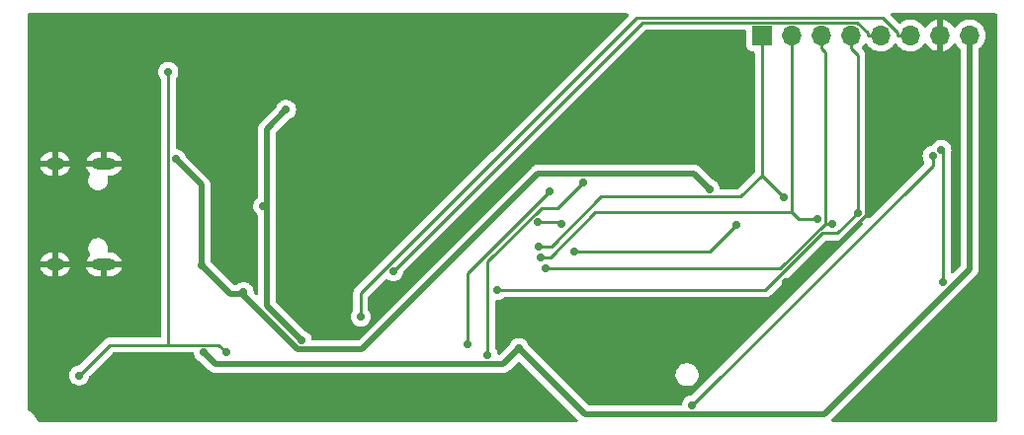
<source format=gbr>
%TF.GenerationSoftware,KiCad,Pcbnew,(6.0.9-0)*%
%TF.CreationDate,2022-12-04T14:35:13+08:00*%
%TF.ProjectId,Epaper-mcu,45706170-6572-42d6-9d63-752e6b696361,rev?*%
%TF.SameCoordinates,Original*%
%TF.FileFunction,Copper,L2,Bot*%
%TF.FilePolarity,Positive*%
%FSLAX46Y46*%
G04 Gerber Fmt 4.6, Leading zero omitted, Abs format (unit mm)*
G04 Created by KiCad (PCBNEW (6.0.9-0)) date 2022-12-04 14:35:13*
%MOMM*%
%LPD*%
G01*
G04 APERTURE LIST*
%TA.AperFunction,ComponentPad*%
%ADD10O,2.100000X1.000000*%
%TD*%
%TA.AperFunction,ComponentPad*%
%ADD11O,1.600000X1.000000*%
%TD*%
%TA.AperFunction,ComponentPad*%
%ADD12R,1.700000X1.700000*%
%TD*%
%TA.AperFunction,ComponentPad*%
%ADD13O,1.700000X1.700000*%
%TD*%
%TA.AperFunction,ViaPad*%
%ADD14C,0.700000*%
%TD*%
%TA.AperFunction,Conductor*%
%ADD15C,0.250000*%
%TD*%
%TA.AperFunction,Conductor*%
%ADD16C,0.500000*%
%TD*%
G04 APERTURE END LIST*
D10*
%TO.P,J1,S1,SHIELD*%
%TO.N,GND*%
X119655000Y-91530000D03*
D11*
X115475000Y-100170000D03*
X115475000Y-91530000D03*
D10*
X119655000Y-100170000D03*
%TD*%
D12*
%TO.P,J5,1,Pin_1*%
%TO.N,/BUSY*%
X176037000Y-80518000D03*
D13*
%TO.P,J5,2,Pin_2*%
%TO.N,/RST*%
X178577000Y-80518000D03*
%TO.P,J5,3,Pin_3*%
%TO.N,/DC*%
X181117000Y-80518000D03*
%TO.P,J5,4,Pin_4*%
%TO.N,/CS*%
X183657000Y-80518000D03*
%TO.P,J5,5,Pin_5*%
%TO.N,/CLK*%
X186197000Y-80518000D03*
%TO.P,J5,6,Pin_6*%
%TO.N,/SDA*%
X188737000Y-80518000D03*
%TO.P,J5,7,Pin_7*%
%TO.N,GND*%
X191277000Y-80518000D03*
%TO.P,J5,8,Pin_8*%
%TO.N,/3V3*%
X193817000Y-80518000D03*
%TD*%
D14*
%TO.N,/DTR*%
X117548800Y-109684800D03*
X125177300Y-83625600D03*
X130136600Y-107735000D03*
%TO.N,/SD_CLK*%
X156857800Y-96550500D03*
X158824900Y-96676000D03*
%TO.N,/SD_MOSI*%
X157830300Y-93880000D03*
X150790200Y-106998700D03*
%TO.N,/SD_CS*%
X173851000Y-96761900D03*
X159960300Y-99073000D03*
%TO.N,unconnected-(J4-PadMP)*%
X191391400Y-90308800D03*
X191542600Y-101712000D03*
%TO.N,/SDA*%
X141657000Y-104643300D03*
%TO.N,/CLK*%
X144448900Y-100728100D03*
%TO.N,/CS*%
X184228000Y-95739800D03*
X153355200Y-102359900D03*
%TO.N,/DC*%
X182073800Y-96666800D03*
X157531100Y-100510500D03*
%TO.N,/RST*%
X180776500Y-96305700D03*
X157090000Y-99559300D03*
%TO.N,/BUSY*%
X177941500Y-94404800D03*
X156876600Y-98608200D03*
%TO.N,/PREVGL*%
X170041700Y-112268000D03*
X190652300Y-90825000D03*
%TO.N,/3V3*%
X155207900Y-107349300D03*
X128243000Y-107735000D03*
%TO.N,Net-(C11-Pad1)*%
X160683600Y-93160400D03*
X152538000Y-107913300D03*
%TO.N,+3.3V*%
X133320800Y-95152600D03*
X135256000Y-86895000D03*
X136611200Y-106707600D03*
%TO.N,GND*%
X180472300Y-100058700D03*
X178085600Y-101674300D03*
%TO.N,+5V*%
X128040100Y-100274200D03*
X125830000Y-91132100D03*
X171536900Y-93707100D03*
X131624900Y-102554200D03*
%TD*%
D15*
%TO.N,/DTR*%
X129479900Y-107078300D02*
X130136600Y-107735000D01*
X125177300Y-107078300D02*
X129479900Y-107078300D01*
X125177300Y-83625600D02*
X125177300Y-107078300D01*
X120155300Y-107078300D02*
X117548800Y-109684800D01*
X125177300Y-107078300D02*
X120155300Y-107078300D01*
%TO.N,/SD_CLK*%
X158699400Y-96550500D02*
X158824900Y-96676000D01*
X156857800Y-96550500D02*
X158699400Y-96550500D01*
%TO.N,/SD_MOSI*%
X150790200Y-100920100D02*
X157830300Y-93880000D01*
X150790200Y-106998700D02*
X150790200Y-100920100D01*
%TO.N,/SD_CS*%
X171539900Y-99073000D02*
X173851000Y-96761900D01*
X159960300Y-99073000D02*
X171539900Y-99073000D01*
%TO.N,unconnected-(J4-PadMP)*%
X191542600Y-90460000D02*
X191391400Y-90308800D01*
X191542600Y-101712000D02*
X191542600Y-90460000D01*
%TO.N,/SDA*%
X188737000Y-80518000D02*
X187611900Y-80518000D01*
X141657000Y-102624000D02*
X141657000Y-104643300D01*
X165291800Y-78989200D02*
X141657000Y-102624000D01*
X186364400Y-78989200D02*
X165291800Y-78989200D01*
X187611900Y-80236700D02*
X186364400Y-78989200D01*
X187611900Y-80518000D02*
X187611900Y-80236700D01*
%TO.N,/CLK*%
X186197000Y-80518000D02*
X185071900Y-80518000D01*
X165784200Y-79392800D02*
X144448900Y-100728100D01*
X184179800Y-79392800D02*
X165784200Y-79392800D01*
X185071900Y-80284900D02*
X184179800Y-79392800D01*
X185071900Y-80518000D02*
X185071900Y-80284900D01*
%TO.N,/CS*%
X184228000Y-82214100D02*
X184228000Y-95739800D01*
X183657000Y-81643100D02*
X184228000Y-82214100D01*
X183657000Y-80518000D02*
X183657000Y-81643100D01*
X176294500Y-102359900D02*
X153355200Y-102359900D01*
X181190100Y-97464300D02*
X176294500Y-102359900D01*
X182503500Y-97464300D02*
X181190100Y-97464300D01*
X184228000Y-95739800D02*
X182503500Y-97464300D01*
%TO.N,/DC*%
X181117000Y-80518000D02*
X181117000Y-81643100D01*
X181421700Y-81947800D02*
X181421700Y-96666800D01*
X181117000Y-81643100D02*
X181421700Y-81947800D01*
X182073800Y-96666800D02*
X181421700Y-96666800D01*
X177578000Y-100510500D02*
X157531100Y-100510500D01*
X181421700Y-96666800D02*
X177578000Y-100510500D01*
%TO.N,/RST*%
X178577000Y-80518000D02*
X178577000Y-81643100D01*
X157090000Y-99559200D02*
X157090000Y-99559300D01*
X157891100Y-99559200D02*
X157090000Y-99559200D01*
X161738300Y-95712000D02*
X157891100Y-99559200D01*
X178577000Y-95712000D02*
X161738300Y-95712000D01*
X178577000Y-81643100D02*
X178577000Y-95712000D01*
X179170700Y-96305700D02*
X180776500Y-96305700D01*
X178577000Y-95712000D02*
X179170700Y-96305700D01*
%TO.N,/BUSY*%
X176037000Y-80518000D02*
X176037000Y-81643100D01*
X157977700Y-98608200D02*
X156876600Y-98608200D01*
X162247600Y-94338300D02*
X157977700Y-98608200D01*
X174199000Y-94338300D02*
X162247600Y-94338300D01*
X176037000Y-92500300D02*
X174199000Y-94338300D01*
X176037000Y-81643100D02*
X176037000Y-92500300D01*
X176037000Y-92500300D02*
X177941500Y-94404800D01*
%TO.N,/PREVGL*%
X190652300Y-91657400D02*
X170041700Y-112268000D01*
X190652300Y-90825000D02*
X190652300Y-91657400D01*
D16*
%TO.N,/3V3*%
X153861200Y-108696000D02*
X155207900Y-107349300D01*
X129204000Y-108696000D02*
X153861200Y-108696000D01*
X128243000Y-107735000D02*
X129204000Y-108696000D01*
X160884800Y-113026200D02*
X155207900Y-107349300D01*
X181358800Y-113026200D02*
X160884800Y-113026200D01*
X193817000Y-100568000D02*
X181358800Y-113026200D01*
X193817000Y-80518000D02*
X193817000Y-100568000D01*
D15*
%TO.N,Net-(C11-Pad1)*%
X158534800Y-95309200D02*
X160683600Y-93160400D01*
X157142300Y-95309200D02*
X158534800Y-95309200D01*
X152538000Y-99913500D02*
X157142300Y-95309200D01*
X152538000Y-107913300D02*
X152538000Y-99913500D01*
D16*
%TO.N,+3.3V*%
X133603500Y-95152600D02*
X133320800Y-95152600D01*
X133603500Y-88547500D02*
X133603500Y-95152600D01*
X135256000Y-86895000D02*
X133603500Y-88547500D01*
X133603500Y-103699900D02*
X136611200Y-106707600D01*
X133603500Y-95152600D02*
X133603500Y-103699900D01*
D15*
%TO.N,GND*%
X115475000Y-100170000D02*
X116550100Y-100170000D01*
X116550100Y-100170000D02*
X119655000Y-100170000D01*
X115475000Y-91530000D02*
X119655000Y-91530000D01*
X191277000Y-80518000D02*
X191277000Y-81643100D01*
X179701200Y-100058700D02*
X178085600Y-101674300D01*
X180472300Y-100058700D02*
X179701200Y-100058700D01*
X184933700Y-87986400D02*
X191277000Y-81643100D01*
X184933700Y-95933700D02*
X184933700Y-87986400D01*
X180808700Y-100058700D02*
X184933700Y-95933700D01*
X180472300Y-100058700D02*
X180808700Y-100058700D01*
D16*
%TO.N,+5V*%
X128040100Y-93342200D02*
X128040100Y-100274200D01*
X125830000Y-91132100D02*
X128040100Y-93342200D01*
X136274100Y-107457800D02*
X131497700Y-102681400D01*
X141756800Y-107457800D02*
X136274100Y-107457800D01*
X156847500Y-92367100D02*
X141756800Y-107457800D01*
X170196900Y-92367100D02*
X156847500Y-92367100D01*
X171536900Y-93707100D02*
X170196900Y-92367100D01*
X130447300Y-102681400D02*
X131497700Y-102681400D01*
X128040100Y-100274200D02*
X130447300Y-102681400D01*
X131497700Y-102681400D02*
X131624900Y-102554200D01*
%TD*%
%TA.AperFunction,Conductor*%
%TO.N,GND*%
G36*
X196108621Y-78620002D02*
G01*
X196155114Y-78673658D01*
X196166500Y-78726000D01*
X196166500Y-113540500D01*
X196146498Y-113608621D01*
X196092842Y-113655114D01*
X196040500Y-113666500D01*
X182095371Y-113666500D01*
X182027250Y-113646498D01*
X181980757Y-113592842D01*
X181970653Y-113522568D01*
X182000147Y-113457988D01*
X182006276Y-113451405D01*
X194305911Y-101151770D01*
X194320323Y-101139384D01*
X194331918Y-101130851D01*
X194331923Y-101130846D01*
X194337818Y-101126508D01*
X194342557Y-101120930D01*
X194342560Y-101120927D01*
X194372035Y-101086232D01*
X194378965Y-101078716D01*
X194384660Y-101073021D01*
X194402281Y-101050749D01*
X194405072Y-101047345D01*
X194447591Y-100997297D01*
X194447592Y-100997295D01*
X194452333Y-100991715D01*
X194455661Y-100985199D01*
X194459028Y-100980150D01*
X194462195Y-100975021D01*
X194466734Y-100969284D01*
X194497655Y-100903125D01*
X194499561Y-100899225D01*
X194532769Y-100834192D01*
X194534508Y-100827084D01*
X194536607Y-100821441D01*
X194538524Y-100815678D01*
X194541622Y-100809050D01*
X194556487Y-100737583D01*
X194557457Y-100733299D01*
X194573473Y-100667845D01*
X194574808Y-100662390D01*
X194575500Y-100651236D01*
X194575536Y-100651238D01*
X194575775Y-100647245D01*
X194576149Y-100643053D01*
X194577640Y-100635885D01*
X194575546Y-100558479D01*
X194575500Y-100555072D01*
X194575500Y-81710632D01*
X194595502Y-81642511D01*
X194628331Y-81608054D01*
X194696860Y-81559173D01*
X194722800Y-81533324D01*
X194840616Y-81415918D01*
X194855096Y-81401489D01*
X194985453Y-81220077D01*
X194998995Y-81192678D01*
X195082136Y-81024453D01*
X195082137Y-81024451D01*
X195084430Y-81019811D01*
X195149370Y-80806069D01*
X195178529Y-80584590D01*
X195180156Y-80518000D01*
X195161852Y-80295361D01*
X195107431Y-80078702D01*
X195018354Y-79873840D01*
X194897014Y-79686277D01*
X194746670Y-79521051D01*
X194742619Y-79517852D01*
X194742615Y-79517848D01*
X194575414Y-79385800D01*
X194575410Y-79385798D01*
X194571359Y-79382598D01*
X194535028Y-79362542D01*
X194519136Y-79353769D01*
X194375789Y-79274638D01*
X194370920Y-79272914D01*
X194370916Y-79272912D01*
X194170087Y-79201795D01*
X194170083Y-79201794D01*
X194165212Y-79200069D01*
X194160119Y-79199162D01*
X194160116Y-79199161D01*
X193950373Y-79161800D01*
X193950367Y-79161799D01*
X193945284Y-79160894D01*
X193871452Y-79159992D01*
X193727081Y-79158228D01*
X193727079Y-79158228D01*
X193721911Y-79158165D01*
X193501091Y-79191955D01*
X193288756Y-79261357D01*
X193090607Y-79364507D01*
X193086474Y-79367610D01*
X193086471Y-79367612D01*
X192930687Y-79484578D01*
X192911965Y-79498635D01*
X192757629Y-79660138D01*
X192754715Y-79664410D01*
X192754714Y-79664411D01*
X192649898Y-79818066D01*
X192594987Y-79863069D01*
X192524462Y-79871240D01*
X192460715Y-79839986D01*
X192440018Y-79815502D01*
X192359426Y-79690926D01*
X192353136Y-79682757D01*
X192209806Y-79525240D01*
X192202273Y-79518215D01*
X192035139Y-79386222D01*
X192026552Y-79380517D01*
X191840117Y-79277599D01*
X191830705Y-79273369D01*
X191629959Y-79202280D01*
X191619988Y-79199646D01*
X191548837Y-79186972D01*
X191535540Y-79188432D01*
X191531000Y-79202989D01*
X191531000Y-81836517D01*
X191535064Y-81850359D01*
X191548478Y-81852393D01*
X191555184Y-81851534D01*
X191565262Y-81849392D01*
X191769255Y-81788191D01*
X191778842Y-81784433D01*
X191970095Y-81690739D01*
X191978945Y-81685464D01*
X192152328Y-81561792D01*
X192160200Y-81555139D01*
X192311052Y-81404812D01*
X192317730Y-81396965D01*
X192445022Y-81219819D01*
X192446279Y-81220722D01*
X192493373Y-81177362D01*
X192563311Y-81165145D01*
X192628751Y-81192678D01*
X192656579Y-81224511D01*
X192716987Y-81323088D01*
X192863250Y-81491938D01*
X193011124Y-81614705D01*
X193012985Y-81616250D01*
X193052620Y-81675152D01*
X193058500Y-81713194D01*
X193058500Y-100201629D01*
X193038498Y-100269750D01*
X193021595Y-100290724D01*
X192391195Y-100921124D01*
X192328883Y-100955150D01*
X192258068Y-100950085D01*
X192201232Y-100907538D01*
X192176421Y-100841018D01*
X192176100Y-100832029D01*
X192176100Y-90691863D01*
X192182267Y-90652927D01*
X192233725Y-90494554D01*
X192233725Y-90494553D01*
X192235765Y-90488275D01*
X192254629Y-90308800D01*
X192250896Y-90273281D01*
X192236455Y-90135889D01*
X192236455Y-90135888D01*
X192235765Y-90129325D01*
X192218029Y-90074737D01*
X192183844Y-89969526D01*
X192179999Y-89957693D01*
X192089767Y-89801407D01*
X191969013Y-89667296D01*
X191823015Y-89561222D01*
X191816987Y-89558538D01*
X191816985Y-89558537D01*
X191664183Y-89490505D01*
X191664181Y-89490505D01*
X191658152Y-89487820D01*
X191569892Y-89469060D01*
X191488089Y-89451672D01*
X191488085Y-89451672D01*
X191481632Y-89450300D01*
X191301168Y-89450300D01*
X191294715Y-89451672D01*
X191294711Y-89451672D01*
X191212908Y-89469060D01*
X191124648Y-89487820D01*
X191118619Y-89490504D01*
X191118617Y-89490505D01*
X190965816Y-89558537D01*
X190965814Y-89558538D01*
X190959786Y-89561222D01*
X190954445Y-89565102D01*
X190954444Y-89565103D01*
X190819131Y-89663413D01*
X190819129Y-89663415D01*
X190813787Y-89667296D01*
X190693033Y-89801407D01*
X190689732Y-89807125D01*
X190630753Y-89909279D01*
X190579370Y-89958272D01*
X190547831Y-89969526D01*
X190513763Y-89976767D01*
X190385548Y-90004020D01*
X190379519Y-90006704D01*
X190379517Y-90006705D01*
X190226716Y-90074737D01*
X190226714Y-90074738D01*
X190220686Y-90077422D01*
X190215345Y-90081302D01*
X190215344Y-90081303D01*
X190080031Y-90179613D01*
X190080029Y-90179615D01*
X190074687Y-90183496D01*
X189953933Y-90317607D01*
X189863701Y-90473893D01*
X189807935Y-90645525D01*
X189807245Y-90652088D01*
X189807245Y-90652089D01*
X189803948Y-90683460D01*
X189789071Y-90825000D01*
X189807935Y-91004475D01*
X189863701Y-91176107D01*
X189867004Y-91181829D01*
X189867005Y-91181830D01*
X189952249Y-91329476D01*
X189968987Y-91398471D01*
X189945767Y-91465563D01*
X189932225Y-91481571D01*
X185240288Y-96173508D01*
X185177976Y-96207534D01*
X185107161Y-96202469D01*
X185050325Y-96159922D01*
X185025514Y-96093402D01*
X185031360Y-96045477D01*
X185070325Y-95925554D01*
X185070325Y-95925553D01*
X185072365Y-95919275D01*
X185084081Y-95807812D01*
X185090539Y-95746365D01*
X185091229Y-95739800D01*
X185082240Y-95654275D01*
X185073055Y-95566889D01*
X185073055Y-95566888D01*
X185072365Y-95560325D01*
X185016599Y-95388693D01*
X184983911Y-95332075D01*
X184929670Y-95238128D01*
X184926367Y-95232407D01*
X184893864Y-95196309D01*
X184863147Y-95132301D01*
X184861500Y-95111998D01*
X184861500Y-82292867D01*
X184862027Y-82281684D01*
X184863702Y-82274191D01*
X184862490Y-82235611D01*
X184861562Y-82206101D01*
X184861500Y-82202143D01*
X184861500Y-82174244D01*
X184860996Y-82170253D01*
X184860063Y-82158411D01*
X184858923Y-82122136D01*
X184858674Y-82114211D01*
X184856462Y-82106597D01*
X184856461Y-82106592D01*
X184853023Y-82094759D01*
X184849012Y-82075395D01*
X184847550Y-82063817D01*
X184846474Y-82055303D01*
X184843557Y-82047936D01*
X184843556Y-82047931D01*
X184830198Y-82014192D01*
X184826354Y-82002965D01*
X184816230Y-81968122D01*
X184814018Y-81960507D01*
X184808228Y-81950717D01*
X184803707Y-81943072D01*
X184795012Y-81925324D01*
X184787552Y-81906483D01*
X184761564Y-81870713D01*
X184755048Y-81860793D01*
X184736580Y-81829565D01*
X184736578Y-81829562D01*
X184732542Y-81822738D01*
X184718221Y-81808417D01*
X184705380Y-81793383D01*
X184698878Y-81784433D01*
X184693472Y-81776993D01*
X184659407Y-81748812D01*
X184650628Y-81740823D01*
X184592111Y-81682306D01*
X184558085Y-81619994D01*
X184563150Y-81549179D01*
X184592266Y-81503960D01*
X184625884Y-81470460D01*
X184695096Y-81401489D01*
X184825453Y-81220077D01*
X184826776Y-81221028D01*
X184873645Y-81177857D01*
X184943580Y-81165625D01*
X185009026Y-81193144D01*
X185036875Y-81224994D01*
X185096987Y-81323088D01*
X185243250Y-81491938D01*
X185415126Y-81634632D01*
X185608000Y-81747338D01*
X185816692Y-81827030D01*
X185821760Y-81828061D01*
X185821763Y-81828062D01*
X185916862Y-81847410D01*
X186035597Y-81871567D01*
X186040772Y-81871757D01*
X186040774Y-81871757D01*
X186253673Y-81879564D01*
X186253677Y-81879564D01*
X186258837Y-81879753D01*
X186263957Y-81879097D01*
X186263959Y-81879097D01*
X186475288Y-81852025D01*
X186475289Y-81852025D01*
X186480416Y-81851368D01*
X186485366Y-81849883D01*
X186689429Y-81788661D01*
X186689434Y-81788659D01*
X186694384Y-81787174D01*
X186894994Y-81688896D01*
X187076860Y-81559173D01*
X187102800Y-81533324D01*
X187220616Y-81415918D01*
X187235096Y-81401489D01*
X187365453Y-81220077D01*
X187366776Y-81221028D01*
X187413645Y-81177857D01*
X187483580Y-81165625D01*
X187549026Y-81193144D01*
X187576875Y-81224994D01*
X187636987Y-81323088D01*
X187783250Y-81491938D01*
X187955126Y-81634632D01*
X188148000Y-81747338D01*
X188356692Y-81827030D01*
X188361760Y-81828061D01*
X188361763Y-81828062D01*
X188456862Y-81847410D01*
X188575597Y-81871567D01*
X188580772Y-81871757D01*
X188580774Y-81871757D01*
X188793673Y-81879564D01*
X188793677Y-81879564D01*
X188798837Y-81879753D01*
X188803957Y-81879097D01*
X188803959Y-81879097D01*
X189015288Y-81852025D01*
X189015289Y-81852025D01*
X189020416Y-81851368D01*
X189025366Y-81849883D01*
X189229429Y-81788661D01*
X189229434Y-81788659D01*
X189234384Y-81787174D01*
X189434994Y-81688896D01*
X189616860Y-81559173D01*
X189642800Y-81533324D01*
X189760616Y-81415918D01*
X189775096Y-81401489D01*
X189905453Y-81220077D01*
X189906640Y-81220930D01*
X189953960Y-81177362D01*
X190023897Y-81165145D01*
X190089338Y-81192678D01*
X190117166Y-81224511D01*
X190174694Y-81318388D01*
X190180777Y-81326699D01*
X190320213Y-81487667D01*
X190327580Y-81494883D01*
X190491434Y-81630916D01*
X190499881Y-81636831D01*
X190683756Y-81744279D01*
X190693042Y-81748729D01*
X190892001Y-81824703D01*
X190901899Y-81827579D01*
X191005250Y-81848606D01*
X191019299Y-81847410D01*
X191023000Y-81837065D01*
X191023000Y-79201102D01*
X191019082Y-79187758D01*
X191004806Y-79185771D01*
X190966324Y-79191660D01*
X190956288Y-79194051D01*
X190753868Y-79260212D01*
X190744359Y-79264209D01*
X190555463Y-79362542D01*
X190546738Y-79368036D01*
X190376433Y-79495905D01*
X190368726Y-79502748D01*
X190221590Y-79656717D01*
X190215109Y-79664722D01*
X190110498Y-79818074D01*
X190055587Y-79863076D01*
X189985062Y-79871247D01*
X189921315Y-79839993D01*
X189900618Y-79815509D01*
X189819822Y-79690617D01*
X189819820Y-79690614D01*
X189817014Y-79686277D01*
X189666670Y-79521051D01*
X189662619Y-79517852D01*
X189662615Y-79517848D01*
X189495414Y-79385800D01*
X189495410Y-79385798D01*
X189491359Y-79382598D01*
X189455028Y-79362542D01*
X189439136Y-79353769D01*
X189295789Y-79274638D01*
X189290920Y-79272914D01*
X189290916Y-79272912D01*
X189090087Y-79201795D01*
X189090083Y-79201794D01*
X189085212Y-79200069D01*
X189080119Y-79199162D01*
X189080116Y-79199161D01*
X188870373Y-79161800D01*
X188870367Y-79161799D01*
X188865284Y-79160894D01*
X188791452Y-79159992D01*
X188647081Y-79158228D01*
X188647079Y-79158228D01*
X188641911Y-79158165D01*
X188421091Y-79191955D01*
X188208756Y-79261357D01*
X188010607Y-79364507D01*
X188006474Y-79367610D01*
X188006471Y-79367612D01*
X187986512Y-79382598D01*
X187883858Y-79459673D01*
X187817376Y-79484578D01*
X187747980Y-79469586D01*
X187719112Y-79448007D01*
X187086200Y-78815095D01*
X187052174Y-78752783D01*
X187057239Y-78681968D01*
X187099786Y-78625132D01*
X187166306Y-78600321D01*
X187175295Y-78600000D01*
X196040500Y-78600000D01*
X196108621Y-78620002D01*
G37*
%TD.AperFunction*%
%TA.AperFunction,Conductor*%
G36*
X164549027Y-78620002D02*
G01*
X164595520Y-78673658D01*
X164605624Y-78743932D01*
X164576130Y-78808512D01*
X164570001Y-78815095D01*
X152916925Y-90468170D01*
X141264747Y-102120348D01*
X141256461Y-102127888D01*
X141249982Y-102132000D01*
X141244557Y-102137777D01*
X141203357Y-102181651D01*
X141200602Y-102184493D01*
X141180865Y-102204230D01*
X141178385Y-102207427D01*
X141170682Y-102216447D01*
X141140414Y-102248679D01*
X141136595Y-102255625D01*
X141136593Y-102255628D01*
X141130652Y-102266434D01*
X141119801Y-102282953D01*
X141107386Y-102298959D01*
X141104241Y-102306228D01*
X141104238Y-102306232D01*
X141089826Y-102339537D01*
X141084609Y-102350187D01*
X141063305Y-102388940D01*
X141061334Y-102396615D01*
X141061334Y-102396616D01*
X141058267Y-102408562D01*
X141051863Y-102427266D01*
X141043819Y-102445855D01*
X141042580Y-102453678D01*
X141042577Y-102453688D01*
X141036901Y-102489524D01*
X141034495Y-102501144D01*
X141023500Y-102543970D01*
X141023500Y-102564224D01*
X141021949Y-102583934D01*
X141018780Y-102603943D01*
X141019526Y-102611835D01*
X141022941Y-102647961D01*
X141023500Y-102659819D01*
X141023500Y-104015498D01*
X141003498Y-104083619D01*
X140991137Y-104099808D01*
X140958633Y-104135907D01*
X140868401Y-104292193D01*
X140812635Y-104463825D01*
X140793771Y-104643300D01*
X140812635Y-104822775D01*
X140868401Y-104994407D01*
X140958633Y-105150693D01*
X141079387Y-105284804D01*
X141225385Y-105390878D01*
X141231413Y-105393562D01*
X141231415Y-105393563D01*
X141384217Y-105461595D01*
X141390248Y-105464280D01*
X141478508Y-105483040D01*
X141560311Y-105500428D01*
X141560315Y-105500428D01*
X141566768Y-105501800D01*
X141747232Y-105501800D01*
X141753685Y-105500428D01*
X141753689Y-105500428D01*
X141835492Y-105483040D01*
X141923752Y-105464280D01*
X141929783Y-105461595D01*
X142082585Y-105393563D01*
X142082587Y-105393562D01*
X142088615Y-105390878D01*
X142234613Y-105284804D01*
X142355367Y-105150693D01*
X142445599Y-104994407D01*
X142501365Y-104822775D01*
X142520229Y-104643300D01*
X142501365Y-104463825D01*
X142445599Y-104292193D01*
X142355367Y-104135907D01*
X142322864Y-104099809D01*
X142292147Y-104035801D01*
X142290500Y-104015498D01*
X142290500Y-102938594D01*
X142310502Y-102870473D01*
X142327405Y-102849499D01*
X143758131Y-101418773D01*
X143820443Y-101384747D01*
X143891258Y-101389812D01*
X143921287Y-101405932D01*
X144011943Y-101471797D01*
X144017285Y-101475678D01*
X144023313Y-101478362D01*
X144023315Y-101478363D01*
X144165359Y-101541605D01*
X144182148Y-101549080D01*
X144270408Y-101567840D01*
X144352211Y-101585228D01*
X144352215Y-101585228D01*
X144358668Y-101586600D01*
X144539132Y-101586600D01*
X144545585Y-101585228D01*
X144545589Y-101585228D01*
X144627392Y-101567840D01*
X144715652Y-101549080D01*
X144732441Y-101541605D01*
X144874485Y-101478363D01*
X144874487Y-101478362D01*
X144880515Y-101475678D01*
X144976512Y-101405932D01*
X145021169Y-101373487D01*
X145021171Y-101373485D01*
X145026513Y-101369604D01*
X145030935Y-101364693D01*
X145142848Y-101240401D01*
X145142849Y-101240400D01*
X145147267Y-101235493D01*
X145237499Y-101079207D01*
X145293265Y-100907575D01*
X145303627Y-100808987D01*
X145330640Y-100743330D01*
X145339842Y-100733062D01*
X166009699Y-80063205D01*
X166072011Y-80029179D01*
X166098794Y-80026300D01*
X174552500Y-80026300D01*
X174620621Y-80046302D01*
X174667114Y-80099958D01*
X174678500Y-80152300D01*
X174678500Y-81416134D01*
X174685255Y-81478316D01*
X174736385Y-81614705D01*
X174823739Y-81731261D01*
X174940295Y-81818615D01*
X175076684Y-81869745D01*
X175138866Y-81876500D01*
X175277500Y-81876500D01*
X175345621Y-81896502D01*
X175392114Y-81950158D01*
X175403500Y-82002500D01*
X175403500Y-92185706D01*
X175383498Y-92253827D01*
X175366595Y-92274801D01*
X173973500Y-93667895D01*
X173911188Y-93701921D01*
X173884405Y-93704800D01*
X172513338Y-93704800D01*
X172445217Y-93684798D01*
X172398724Y-93631142D01*
X172388028Y-93591971D01*
X172381955Y-93534189D01*
X172381955Y-93534188D01*
X172381265Y-93527625D01*
X172377888Y-93517230D01*
X172332755Y-93378325D01*
X172325499Y-93355993D01*
X172319819Y-93346154D01*
X172238568Y-93205425D01*
X172235267Y-93199707D01*
X172222445Y-93185466D01*
X172118935Y-93070507D01*
X172118934Y-93070506D01*
X172114513Y-93065596D01*
X172067260Y-93031264D01*
X171973857Y-92963403D01*
X171973856Y-92963402D01*
X171968515Y-92959522D01*
X171962487Y-92956838D01*
X171962485Y-92956837D01*
X171803652Y-92886120D01*
X171804159Y-92884982D01*
X171761041Y-92858560D01*
X170780670Y-91878189D01*
X170768284Y-91863777D01*
X170759751Y-91852182D01*
X170759746Y-91852177D01*
X170755408Y-91846282D01*
X170749830Y-91841543D01*
X170749827Y-91841540D01*
X170715132Y-91812065D01*
X170707616Y-91805135D01*
X170701921Y-91799440D01*
X170695780Y-91794582D01*
X170679649Y-91781819D01*
X170676245Y-91779028D01*
X170626197Y-91736509D01*
X170626195Y-91736508D01*
X170620615Y-91731767D01*
X170614099Y-91728439D01*
X170609050Y-91725072D01*
X170603921Y-91721905D01*
X170598184Y-91717366D01*
X170532025Y-91686445D01*
X170528125Y-91684539D01*
X170463092Y-91651331D01*
X170455984Y-91649592D01*
X170450341Y-91647493D01*
X170444578Y-91645576D01*
X170437950Y-91642478D01*
X170366483Y-91627613D01*
X170362199Y-91626643D01*
X170291290Y-91609292D01*
X170285688Y-91608944D01*
X170285685Y-91608944D01*
X170280136Y-91608600D01*
X170280138Y-91608564D01*
X170276145Y-91608325D01*
X170271953Y-91607951D01*
X170264785Y-91606460D01*
X170201020Y-91608185D01*
X170187379Y-91608554D01*
X170183972Y-91608600D01*
X156914570Y-91608600D01*
X156895620Y-91607167D01*
X156881385Y-91605001D01*
X156881381Y-91605001D01*
X156874151Y-91603901D01*
X156866859Y-91604494D01*
X156866856Y-91604494D01*
X156821482Y-91608185D01*
X156811267Y-91608600D01*
X156803207Y-91608600D01*
X156799573Y-91609024D01*
X156799567Y-91609024D01*
X156786542Y-91610543D01*
X156774980Y-91611891D01*
X156770632Y-91612321D01*
X156748559Y-91614116D01*
X156705162Y-91617646D01*
X156705159Y-91617647D01*
X156697864Y-91618240D01*
X156690900Y-91620496D01*
X156684961Y-91621683D01*
X156679090Y-91623070D01*
X156671819Y-91623918D01*
X156664943Y-91626414D01*
X156664934Y-91626416D01*
X156603202Y-91648825D01*
X156599098Y-91650235D01*
X156529601Y-91672748D01*
X156523346Y-91676544D01*
X156517887Y-91679043D01*
X156512439Y-91681771D01*
X156505563Y-91684267D01*
X156444510Y-91724295D01*
X156440837Y-91726613D01*
X156378393Y-91764505D01*
X156370017Y-91771902D01*
X156369993Y-91771875D01*
X156366999Y-91774530D01*
X156363768Y-91777232D01*
X156357648Y-91781244D01*
X156328451Y-91812065D01*
X156304372Y-91837483D01*
X156301994Y-91839925D01*
X141479524Y-106662395D01*
X141417212Y-106696421D01*
X141390429Y-106699300D01*
X137587008Y-106699300D01*
X137518887Y-106679298D01*
X137472394Y-106625642D01*
X137461698Y-106586472D01*
X137456255Y-106534689D01*
X137456255Y-106534688D01*
X137455565Y-106528125D01*
X137438987Y-106477101D01*
X137411076Y-106391201D01*
X137399799Y-106356493D01*
X137309567Y-106200207D01*
X137188813Y-106066096D01*
X137042815Y-105960022D01*
X137036787Y-105957338D01*
X137036785Y-105957337D01*
X136877952Y-105886620D01*
X136878459Y-105885482D01*
X136835341Y-105859060D01*
X134398905Y-103422624D01*
X134364879Y-103360312D01*
X134362000Y-103333529D01*
X134362000Y-95180435D01*
X134362242Y-95172633D01*
X134363003Y-95160365D01*
X134366047Y-95111302D01*
X134363820Y-95098340D01*
X134362000Y-95077004D01*
X134362000Y-88913871D01*
X134382002Y-88845750D01*
X134398905Y-88824776D01*
X135480141Y-87743540D01*
X135523259Y-87717118D01*
X135522752Y-87715980D01*
X135681585Y-87645263D01*
X135681587Y-87645262D01*
X135687615Y-87642578D01*
X135833613Y-87536504D01*
X135954367Y-87402393D01*
X136044599Y-87246107D01*
X136100365Y-87074475D01*
X136119229Y-86895000D01*
X136100365Y-86715525D01*
X136044599Y-86543893D01*
X135954367Y-86387607D01*
X135833613Y-86253496D01*
X135687615Y-86147422D01*
X135681587Y-86144738D01*
X135681585Y-86144737D01*
X135528783Y-86076705D01*
X135528781Y-86076705D01*
X135522752Y-86074020D01*
X135434492Y-86055260D01*
X135352689Y-86037872D01*
X135352685Y-86037872D01*
X135346232Y-86036500D01*
X135165768Y-86036500D01*
X135159315Y-86037872D01*
X135159311Y-86037872D01*
X135077508Y-86055260D01*
X134989248Y-86074020D01*
X134983219Y-86076704D01*
X134983217Y-86076705D01*
X134830416Y-86144737D01*
X134830414Y-86144738D01*
X134824386Y-86147422D01*
X134819045Y-86151302D01*
X134819044Y-86151303D01*
X134683731Y-86249613D01*
X134683729Y-86249615D01*
X134678387Y-86253496D01*
X134557633Y-86387607D01*
X134467401Y-86543893D01*
X134465359Y-86550178D01*
X134444489Y-86614409D01*
X134413751Y-86664568D01*
X133114589Y-87963730D01*
X133100177Y-87976116D01*
X133088582Y-87984649D01*
X133088577Y-87984654D01*
X133082682Y-87988992D01*
X133077943Y-87994570D01*
X133077940Y-87994573D01*
X133048465Y-88029268D01*
X133041535Y-88036784D01*
X133035840Y-88042479D01*
X133033560Y-88045361D01*
X133018219Y-88064751D01*
X133015428Y-88068155D01*
X132972909Y-88118203D01*
X132968167Y-88123785D01*
X132964839Y-88130301D01*
X132961472Y-88135350D01*
X132958305Y-88140479D01*
X132953766Y-88146216D01*
X132922845Y-88212375D01*
X132920942Y-88216269D01*
X132887731Y-88281308D01*
X132885992Y-88288416D01*
X132883893Y-88294059D01*
X132881976Y-88299822D01*
X132878878Y-88306450D01*
X132877388Y-88313612D01*
X132877388Y-88313613D01*
X132864014Y-88377912D01*
X132863044Y-88382196D01*
X132845692Y-88453110D01*
X132845000Y-88464264D01*
X132844964Y-88464262D01*
X132844725Y-88468255D01*
X132844351Y-88472447D01*
X132842860Y-88479615D01*
X132843058Y-88486932D01*
X132844954Y-88557021D01*
X132845000Y-88560428D01*
X132845000Y-94372925D01*
X132824998Y-94441046D01*
X132793062Y-94474860D01*
X132743187Y-94511096D01*
X132738766Y-94516006D01*
X132738765Y-94516007D01*
X132683207Y-94577711D01*
X132622433Y-94645207D01*
X132532201Y-94801493D01*
X132525698Y-94821507D01*
X132481189Y-94958495D01*
X132476435Y-94973125D01*
X132457571Y-95152600D01*
X132476435Y-95332075D01*
X132532201Y-95503707D01*
X132535504Y-95509429D01*
X132535505Y-95509430D01*
X132565858Y-95562003D01*
X132622433Y-95659993D01*
X132626851Y-95664900D01*
X132626852Y-95664901D01*
X132738765Y-95789193D01*
X132743187Y-95794104D01*
X132793063Y-95830341D01*
X132836415Y-95886563D01*
X132845000Y-95932276D01*
X132845000Y-102651829D01*
X132824998Y-102719950D01*
X132771342Y-102766443D01*
X132701068Y-102776547D01*
X132636488Y-102747053D01*
X132629905Y-102740924D01*
X132524344Y-102635363D01*
X132490318Y-102573051D01*
X132488290Y-102554183D01*
X132488129Y-102554200D01*
X132469955Y-102381289D01*
X132469955Y-102381288D01*
X132469265Y-102374725D01*
X132413499Y-102203093D01*
X132401120Y-102181651D01*
X132326568Y-102052525D01*
X132323267Y-102046807D01*
X132202513Y-101912696D01*
X132189028Y-101902898D01*
X132061857Y-101810503D01*
X132061856Y-101810502D01*
X132056515Y-101806622D01*
X132050487Y-101803938D01*
X132050485Y-101803937D01*
X131897683Y-101735905D01*
X131897681Y-101735905D01*
X131891652Y-101733220D01*
X131803392Y-101714460D01*
X131721589Y-101697072D01*
X131721585Y-101697072D01*
X131715132Y-101695700D01*
X131534668Y-101695700D01*
X131528215Y-101697072D01*
X131528211Y-101697072D01*
X131446408Y-101714460D01*
X131358148Y-101733220D01*
X131352119Y-101735904D01*
X131352117Y-101735905D01*
X131199316Y-101803937D01*
X131199314Y-101803938D01*
X131193286Y-101806622D01*
X131076496Y-101891475D01*
X131066364Y-101898836D01*
X130992303Y-101922900D01*
X130813671Y-101922900D01*
X130745550Y-101902898D01*
X130724576Y-101885995D01*
X128882349Y-100043768D01*
X128851611Y-99993609D01*
X128830741Y-99929378D01*
X128828699Y-99923093D01*
X128815480Y-99900198D01*
X128798600Y-99837199D01*
X128798600Y-93409263D01*
X128800033Y-93390314D01*
X128800064Y-93390107D01*
X128803298Y-93368851D01*
X128802253Y-93355993D01*
X128799015Y-93316191D01*
X128798600Y-93305977D01*
X128798600Y-93297907D01*
X128798178Y-93294287D01*
X128798177Y-93294269D01*
X128795308Y-93269661D01*
X128794875Y-93265286D01*
X128789554Y-93199861D01*
X128789553Y-93199858D01*
X128788960Y-93192563D01*
X128786704Y-93185599D01*
X128785513Y-93179640D01*
X128784129Y-93173785D01*
X128783282Y-93166519D01*
X128758365Y-93097873D01*
X128756948Y-93093745D01*
X128736707Y-93031264D01*
X128736706Y-93031262D01*
X128734451Y-93024301D01*
X128730655Y-93018046D01*
X128728149Y-93012572D01*
X128725430Y-93007142D01*
X128722933Y-93000263D01*
X128682909Y-92939216D01*
X128680572Y-92935512D01*
X128645609Y-92877893D01*
X128645605Y-92877888D01*
X128642695Y-92873092D01*
X128635297Y-92864716D01*
X128635323Y-92864693D01*
X128632674Y-92861703D01*
X128629966Y-92858464D01*
X128625956Y-92852348D01*
X128620649Y-92847321D01*
X128620646Y-92847317D01*
X128569717Y-92799072D01*
X128567275Y-92796694D01*
X126672249Y-90901668D01*
X126641511Y-90851509D01*
X126620641Y-90787278D01*
X126618599Y-90780993D01*
X126528367Y-90624707D01*
X126407613Y-90490596D01*
X126384624Y-90473893D01*
X126266957Y-90388403D01*
X126266956Y-90388402D01*
X126261615Y-90384522D01*
X126255587Y-90381838D01*
X126255585Y-90381837D01*
X126102783Y-90313805D01*
X126102781Y-90313805D01*
X126096752Y-90311120D01*
X125920232Y-90273600D01*
X125920300Y-90273281D01*
X125857973Y-90247638D01*
X125817343Y-90189417D01*
X125810800Y-90149341D01*
X125810800Y-84253402D01*
X125830802Y-84185281D01*
X125843164Y-84169091D01*
X125871248Y-84137901D01*
X125871249Y-84137900D01*
X125875667Y-84132993D01*
X125965899Y-83976707D01*
X126021665Y-83805075D01*
X126040529Y-83625600D01*
X126021665Y-83446125D01*
X125965899Y-83274493D01*
X125875667Y-83118207D01*
X125754913Y-82984096D01*
X125608915Y-82878022D01*
X125602887Y-82875338D01*
X125602885Y-82875337D01*
X125450083Y-82807305D01*
X125450081Y-82807305D01*
X125444052Y-82804620D01*
X125355792Y-82785860D01*
X125273989Y-82768472D01*
X125273985Y-82768472D01*
X125267532Y-82767100D01*
X125087068Y-82767100D01*
X125080615Y-82768472D01*
X125080611Y-82768472D01*
X124998808Y-82785860D01*
X124910548Y-82804620D01*
X124904519Y-82807304D01*
X124904517Y-82807305D01*
X124751716Y-82875337D01*
X124751714Y-82875338D01*
X124745686Y-82878022D01*
X124740345Y-82881902D01*
X124740344Y-82881903D01*
X124605031Y-82980213D01*
X124605029Y-82980215D01*
X124599687Y-82984096D01*
X124478933Y-83118207D01*
X124388701Y-83274493D01*
X124332935Y-83446125D01*
X124314071Y-83625600D01*
X124332935Y-83805075D01*
X124388701Y-83976707D01*
X124478933Y-84132993D01*
X124483351Y-84137900D01*
X124483352Y-84137901D01*
X124511436Y-84169091D01*
X124542153Y-84233099D01*
X124543800Y-84253402D01*
X124543800Y-106318800D01*
X124523798Y-106386921D01*
X124470142Y-106433414D01*
X124417800Y-106444800D01*
X120234068Y-106444800D01*
X120222885Y-106444273D01*
X120215392Y-106442598D01*
X120207466Y-106442847D01*
X120207465Y-106442847D01*
X120147302Y-106444738D01*
X120143344Y-106444800D01*
X120115444Y-106444800D01*
X120111454Y-106445304D01*
X120099620Y-106446236D01*
X120055411Y-106447626D01*
X120047795Y-106449839D01*
X120047793Y-106449839D01*
X120035952Y-106453279D01*
X120016593Y-106457288D01*
X120015283Y-106457454D01*
X119996503Y-106459826D01*
X119989137Y-106462742D01*
X119989131Y-106462744D01*
X119955398Y-106476100D01*
X119944168Y-106479945D01*
X119928128Y-106484605D01*
X119901707Y-106492281D01*
X119894884Y-106496316D01*
X119884266Y-106502595D01*
X119866513Y-106511292D01*
X119858868Y-106514319D01*
X119847683Y-106518748D01*
X119836397Y-106526948D01*
X119811912Y-106544737D01*
X119801995Y-106551251D01*
X119763938Y-106573758D01*
X119749617Y-106588079D01*
X119734584Y-106600919D01*
X119718193Y-106612828D01*
X119694167Y-106641870D01*
X119690002Y-106646905D01*
X119682012Y-106655684D01*
X117548300Y-108789395D01*
X117485988Y-108823421D01*
X117471669Y-108824960D01*
X117471737Y-108825610D01*
X117465170Y-108826300D01*
X117458568Y-108826300D01*
X117452115Y-108827672D01*
X117452111Y-108827672D01*
X117370308Y-108845060D01*
X117282048Y-108863820D01*
X117276019Y-108866504D01*
X117276017Y-108866505D01*
X117123216Y-108934537D01*
X117123214Y-108934538D01*
X117117186Y-108937222D01*
X117111845Y-108941102D01*
X117111844Y-108941103D01*
X116976531Y-109039413D01*
X116976529Y-109039415D01*
X116971187Y-109043296D01*
X116850433Y-109177407D01*
X116800635Y-109263660D01*
X116784721Y-109291224D01*
X116760201Y-109333693D01*
X116758159Y-109339978D01*
X116720254Y-109456640D01*
X116704435Y-109505325D01*
X116685571Y-109684800D01*
X116704435Y-109864275D01*
X116760201Y-110035907D01*
X116850433Y-110192193D01*
X116854851Y-110197100D01*
X116854852Y-110197101D01*
X116891503Y-110237806D01*
X116971187Y-110326304D01*
X116976529Y-110330185D01*
X116976531Y-110330187D01*
X117047850Y-110382003D01*
X117117185Y-110432378D01*
X117123213Y-110435062D01*
X117123215Y-110435063D01*
X117253222Y-110492946D01*
X117282048Y-110505780D01*
X117370308Y-110524540D01*
X117452111Y-110541928D01*
X117452115Y-110541928D01*
X117458568Y-110543300D01*
X117639032Y-110543300D01*
X117645485Y-110541928D01*
X117645489Y-110541928D01*
X117727292Y-110524540D01*
X117815552Y-110505780D01*
X117844378Y-110492946D01*
X117974385Y-110435063D01*
X117974387Y-110435062D01*
X117980415Y-110432378D01*
X118049750Y-110382003D01*
X118121069Y-110330187D01*
X118121071Y-110330185D01*
X118126413Y-110326304D01*
X118206097Y-110237806D01*
X118242748Y-110197101D01*
X118242749Y-110197100D01*
X118247167Y-110192193D01*
X118337399Y-110035907D01*
X118393165Y-109864275D01*
X118403527Y-109765687D01*
X118430540Y-109700030D01*
X118439742Y-109689762D01*
X120380799Y-107748705D01*
X120443111Y-107714679D01*
X120469894Y-107711800D01*
X125105507Y-107711800D01*
X125129116Y-107714032D01*
X125129419Y-107714090D01*
X125129423Y-107714090D01*
X125137206Y-107715575D01*
X125193251Y-107712049D01*
X125201162Y-107711800D01*
X127263882Y-107711800D01*
X127332003Y-107731802D01*
X127378496Y-107785458D01*
X127389192Y-107824628D01*
X127398635Y-107914475D01*
X127454401Y-108086107D01*
X127544633Y-108242393D01*
X127665387Y-108376504D01*
X127670729Y-108380385D01*
X127670731Y-108380387D01*
X127803776Y-108477050D01*
X127811385Y-108482578D01*
X127817413Y-108485262D01*
X127817415Y-108485263D01*
X127976248Y-108555980D01*
X127975741Y-108557118D01*
X128018859Y-108583540D01*
X128620230Y-109184911D01*
X128632616Y-109199323D01*
X128641149Y-109210918D01*
X128641154Y-109210923D01*
X128645492Y-109216818D01*
X128651070Y-109221557D01*
X128651073Y-109221560D01*
X128685768Y-109251035D01*
X128693284Y-109257965D01*
X128698979Y-109263660D01*
X128701861Y-109265940D01*
X128721251Y-109281281D01*
X128724655Y-109284072D01*
X128774703Y-109326591D01*
X128780285Y-109331333D01*
X128786801Y-109334661D01*
X128791850Y-109338028D01*
X128796979Y-109341195D01*
X128802716Y-109345734D01*
X128868875Y-109376655D01*
X128872769Y-109378558D01*
X128937808Y-109411769D01*
X128944916Y-109413508D01*
X128950559Y-109415607D01*
X128956322Y-109417524D01*
X128962950Y-109420622D01*
X128970112Y-109422112D01*
X128970113Y-109422112D01*
X129034412Y-109435486D01*
X129038696Y-109436456D01*
X129109610Y-109453808D01*
X129115212Y-109454156D01*
X129115215Y-109454156D01*
X129120764Y-109454500D01*
X129120762Y-109454536D01*
X129124755Y-109454775D01*
X129128947Y-109455149D01*
X129136115Y-109456640D01*
X129213520Y-109454546D01*
X129216928Y-109454500D01*
X153794130Y-109454500D01*
X153813080Y-109455933D01*
X153827315Y-109458099D01*
X153827319Y-109458099D01*
X153834549Y-109459199D01*
X153841841Y-109458606D01*
X153841844Y-109458606D01*
X153887218Y-109454915D01*
X153897433Y-109454500D01*
X153905493Y-109454500D01*
X153922880Y-109452473D01*
X153933707Y-109451211D01*
X153938082Y-109450778D01*
X154003539Y-109445454D01*
X154003542Y-109445453D01*
X154010837Y-109444860D01*
X154017801Y-109442604D01*
X154023760Y-109441413D01*
X154029615Y-109440029D01*
X154036881Y-109439182D01*
X154105527Y-109414265D01*
X154109655Y-109412848D01*
X154172136Y-109392607D01*
X154172138Y-109392606D01*
X154179099Y-109390351D01*
X154185354Y-109386555D01*
X154190828Y-109384049D01*
X154196258Y-109381330D01*
X154203137Y-109378833D01*
X154209258Y-109374820D01*
X154264176Y-109338814D01*
X154267880Y-109336477D01*
X154330307Y-109298595D01*
X154338684Y-109291197D01*
X154338708Y-109291224D01*
X154341700Y-109288571D01*
X154344933Y-109285868D01*
X154351052Y-109281856D01*
X154404328Y-109225617D01*
X154406706Y-109223175D01*
X155118805Y-108511076D01*
X155181117Y-108477050D01*
X155251932Y-108482115D01*
X155296995Y-108511076D01*
X160237324Y-113451405D01*
X160271350Y-113513717D01*
X160266285Y-113584532D01*
X160223738Y-113641368D01*
X160157218Y-113666179D01*
X160148229Y-113666500D01*
X114118600Y-113666500D01*
X114050479Y-113646498D01*
X114006634Y-113598290D01*
X113976807Y-113540500D01*
X113914907Y-113420572D01*
X113901226Y-113401105D01*
X113746835Y-113181430D01*
X113744372Y-113177925D01*
X113542483Y-112960667D01*
X113539168Y-112957953D01*
X113539164Y-112957950D01*
X113316295Y-112775534D01*
X113312977Y-112772818D01*
X113160165Y-112679175D01*
X113112534Y-112626527D01*
X113100000Y-112571742D01*
X113100000Y-100435768D01*
X114202425Y-100435768D01*
X114234138Y-100543521D01*
X114238731Y-100554889D01*
X114324607Y-100719154D01*
X114331321Y-100729415D01*
X114447468Y-100873873D01*
X114456046Y-100882632D01*
X114598039Y-101001778D01*
X114608159Y-101008708D01*
X114770585Y-101098002D01*
X114781858Y-101102834D01*
X114958538Y-101158880D01*
X114970532Y-101161430D01*
X115114761Y-101177607D01*
X115121785Y-101178000D01*
X115202885Y-101178000D01*
X115218124Y-101173525D01*
X115219329Y-101172135D01*
X115221000Y-101164452D01*
X115221000Y-101159885D01*
X115729000Y-101159885D01*
X115733475Y-101175124D01*
X115734865Y-101176329D01*
X115742548Y-101178000D01*
X115821657Y-101178000D01*
X115827805Y-101177699D01*
X115965603Y-101164188D01*
X115977638Y-101161805D01*
X116155076Y-101108233D01*
X116166416Y-101103559D01*
X116330077Y-101016540D01*
X116340294Y-101009751D01*
X116483933Y-100892603D01*
X116492637Y-100883959D01*
X116610784Y-100741144D01*
X116617644Y-100730973D01*
X116705804Y-100567924D01*
X116710556Y-100556619D01*
X116746250Y-100441308D01*
X116746331Y-100435768D01*
X118132425Y-100435768D01*
X118164138Y-100543521D01*
X118168731Y-100554889D01*
X118254607Y-100719154D01*
X118261321Y-100729415D01*
X118377468Y-100873873D01*
X118386046Y-100882632D01*
X118528039Y-101001778D01*
X118538159Y-101008708D01*
X118700585Y-101098002D01*
X118711858Y-101102834D01*
X118888538Y-101158880D01*
X118900532Y-101161430D01*
X119044761Y-101177607D01*
X119051785Y-101178000D01*
X119382885Y-101178000D01*
X119398124Y-101173525D01*
X119399329Y-101172135D01*
X119401000Y-101164452D01*
X119401000Y-101159885D01*
X119909000Y-101159885D01*
X119913475Y-101175124D01*
X119914865Y-101176329D01*
X119922548Y-101178000D01*
X120251657Y-101178000D01*
X120257805Y-101177699D01*
X120395603Y-101164188D01*
X120407638Y-101161805D01*
X120585076Y-101108233D01*
X120596416Y-101103559D01*
X120760077Y-101016540D01*
X120770294Y-101009751D01*
X120913933Y-100892603D01*
X120922637Y-100883959D01*
X121040784Y-100741144D01*
X121047644Y-100730973D01*
X121135804Y-100567924D01*
X121140556Y-100556619D01*
X121176250Y-100441308D01*
X121176456Y-100427205D01*
X121169701Y-100424000D01*
X119927115Y-100424000D01*
X119911876Y-100428475D01*
X119910671Y-100429865D01*
X119909000Y-100437548D01*
X119909000Y-101159885D01*
X119401000Y-101159885D01*
X119401000Y-100442115D01*
X119396525Y-100426876D01*
X119395135Y-100425671D01*
X119387452Y-100424000D01*
X118147076Y-100424000D01*
X118133545Y-100427973D01*
X118132425Y-100435768D01*
X116746331Y-100435768D01*
X116746456Y-100427205D01*
X116739701Y-100424000D01*
X115747115Y-100424000D01*
X115731876Y-100428475D01*
X115730671Y-100429865D01*
X115729000Y-100437548D01*
X115729000Y-101159885D01*
X115221000Y-101159885D01*
X115221000Y-100442115D01*
X115216525Y-100426876D01*
X115215135Y-100425671D01*
X115207452Y-100424000D01*
X114217076Y-100424000D01*
X114203545Y-100427973D01*
X114202425Y-100435768D01*
X113100000Y-100435768D01*
X113100000Y-99912795D01*
X114203544Y-99912795D01*
X114210299Y-99916000D01*
X115202885Y-99916000D01*
X115218124Y-99911525D01*
X115219329Y-99910135D01*
X115221000Y-99902452D01*
X115221000Y-99897885D01*
X115729000Y-99897885D01*
X115733475Y-99913124D01*
X115734865Y-99914329D01*
X115742548Y-99916000D01*
X116732924Y-99916000D01*
X116743839Y-99912795D01*
X118133544Y-99912795D01*
X118140299Y-99916000D01*
X121162924Y-99916000D01*
X121176455Y-99912027D01*
X121177575Y-99904232D01*
X121145862Y-99796479D01*
X121141269Y-99785111D01*
X121055393Y-99620846D01*
X121048679Y-99610585D01*
X120932532Y-99466127D01*
X120923954Y-99457368D01*
X120781961Y-99338222D01*
X120771841Y-99331292D01*
X120609415Y-99241998D01*
X120598142Y-99237166D01*
X120421462Y-99181120D01*
X120409468Y-99178570D01*
X120265239Y-99162393D01*
X120258215Y-99162000D01*
X120070023Y-99162000D01*
X120001902Y-99141998D01*
X119955409Y-99088342D01*
X119945305Y-99018068D01*
X119953034Y-98989208D01*
X119959995Y-98971803D01*
X119962530Y-98965466D01*
X119963644Y-98958738D01*
X119963645Y-98958734D01*
X119990993Y-98793539D01*
X119990993Y-98793536D01*
X119992108Y-98786802D01*
X119987203Y-98693198D01*
X119982987Y-98612766D01*
X119982630Y-98605953D01*
X119959304Y-98521266D01*
X119936352Y-98437941D01*
X119934539Y-98431359D01*
X119850078Y-98271164D01*
X119845673Y-98265951D01*
X119845670Y-98265947D01*
X119737594Y-98138057D01*
X119737590Y-98138053D01*
X119733187Y-98132843D01*
X119727762Y-98128695D01*
X119594743Y-98026994D01*
X119594739Y-98026991D01*
X119589322Y-98022850D01*
X119479431Y-97971607D01*
X119431369Y-97949195D01*
X119431366Y-97949194D01*
X119425192Y-97946315D01*
X119418544Y-97944829D01*
X119418541Y-97944828D01*
X119253494Y-97907936D01*
X119253495Y-97907936D01*
X119248457Y-97906810D01*
X119242912Y-97906500D01*
X119109756Y-97906500D01*
X118974963Y-97921143D01*
X118896625Y-97947507D01*
X118809796Y-97976728D01*
X118809794Y-97976729D01*
X118803325Y-97978906D01*
X118648095Y-98072177D01*
X118643138Y-98076865D01*
X118643135Y-98076867D01*
X118521473Y-98191918D01*
X118516515Y-98196607D01*
X118512683Y-98202245D01*
X118512680Y-98202249D01*
X118461740Y-98277205D01*
X118414723Y-98346388D01*
X118347470Y-98514534D01*
X118346356Y-98521262D01*
X118346355Y-98521266D01*
X118319007Y-98686461D01*
X118317892Y-98693198D01*
X118318249Y-98700015D01*
X118318249Y-98700019D01*
X118322843Y-98787675D01*
X118327370Y-98874047D01*
X118329181Y-98880620D01*
X118329181Y-98880623D01*
X118350854Y-98959307D01*
X118375461Y-99048641D01*
X118459922Y-99208836D01*
X118464329Y-99214051D01*
X118464331Y-99214054D01*
X118470451Y-99221295D01*
X118499145Y-99286235D01*
X118488175Y-99356378D01*
X118453852Y-99400269D01*
X118396067Y-99447397D01*
X118387363Y-99456041D01*
X118269216Y-99598856D01*
X118262356Y-99609027D01*
X118174196Y-99772076D01*
X118169444Y-99783381D01*
X118133750Y-99898692D01*
X118133544Y-99912795D01*
X116743839Y-99912795D01*
X116746455Y-99912027D01*
X116747575Y-99904232D01*
X116715862Y-99796479D01*
X116711269Y-99785111D01*
X116625393Y-99620846D01*
X116618679Y-99610585D01*
X116502532Y-99466127D01*
X116493954Y-99457368D01*
X116351961Y-99338222D01*
X116341841Y-99331292D01*
X116179415Y-99241998D01*
X116168142Y-99237166D01*
X115991462Y-99181120D01*
X115979468Y-99178570D01*
X115835239Y-99162393D01*
X115828215Y-99162000D01*
X115747115Y-99162000D01*
X115731876Y-99166475D01*
X115730671Y-99167865D01*
X115729000Y-99175548D01*
X115729000Y-99897885D01*
X115221000Y-99897885D01*
X115221000Y-99180115D01*
X115216525Y-99164876D01*
X115215135Y-99163671D01*
X115207452Y-99162000D01*
X115128343Y-99162000D01*
X115122195Y-99162301D01*
X114984397Y-99175812D01*
X114972362Y-99178195D01*
X114794924Y-99231767D01*
X114783584Y-99236441D01*
X114619923Y-99323460D01*
X114609706Y-99330249D01*
X114466067Y-99447397D01*
X114457363Y-99456041D01*
X114339216Y-99598856D01*
X114332356Y-99609027D01*
X114244196Y-99772076D01*
X114239444Y-99783381D01*
X114203750Y-99898692D01*
X114203544Y-99912795D01*
X113100000Y-99912795D01*
X113100000Y-91795768D01*
X114202425Y-91795768D01*
X114234138Y-91903521D01*
X114238731Y-91914889D01*
X114324607Y-92079154D01*
X114331321Y-92089415D01*
X114447468Y-92233873D01*
X114456046Y-92242632D01*
X114598039Y-92361778D01*
X114608159Y-92368708D01*
X114770585Y-92458002D01*
X114781858Y-92462834D01*
X114958538Y-92518880D01*
X114970532Y-92521430D01*
X115114761Y-92537607D01*
X115121785Y-92538000D01*
X115202885Y-92538000D01*
X115218124Y-92533525D01*
X115219329Y-92532135D01*
X115221000Y-92524452D01*
X115221000Y-92519885D01*
X115729000Y-92519885D01*
X115733475Y-92535124D01*
X115734865Y-92536329D01*
X115742548Y-92538000D01*
X115821657Y-92538000D01*
X115827805Y-92537699D01*
X115965603Y-92524188D01*
X115977638Y-92521805D01*
X116155076Y-92468233D01*
X116166416Y-92463559D01*
X116330077Y-92376540D01*
X116340294Y-92369751D01*
X116483933Y-92252603D01*
X116492637Y-92243959D01*
X116610784Y-92101144D01*
X116617644Y-92090973D01*
X116705804Y-91927924D01*
X116710556Y-91916619D01*
X116746250Y-91801308D01*
X116746331Y-91795768D01*
X118132425Y-91795768D01*
X118164138Y-91903521D01*
X118168731Y-91914889D01*
X118254607Y-92079154D01*
X118261321Y-92089415D01*
X118377468Y-92233873D01*
X118386046Y-92242632D01*
X118457215Y-92302350D01*
X118496542Y-92361459D01*
X118497668Y-92432447D01*
X118480436Y-92469695D01*
X118437057Y-92533525D01*
X118414723Y-92566388D01*
X118347470Y-92734534D01*
X118346356Y-92741262D01*
X118346355Y-92741266D01*
X118319007Y-92906461D01*
X118317892Y-92913198D01*
X118318249Y-92920015D01*
X118318249Y-92920019D01*
X118323100Y-93012572D01*
X118327370Y-93094047D01*
X118329181Y-93100620D01*
X118329181Y-93100623D01*
X118356350Y-93199258D01*
X118375461Y-93268641D01*
X118459922Y-93428836D01*
X118464327Y-93434049D01*
X118464330Y-93434053D01*
X118572406Y-93561943D01*
X118572410Y-93561947D01*
X118576813Y-93567157D01*
X118582237Y-93571304D01*
X118582238Y-93571305D01*
X118715257Y-93673006D01*
X118715261Y-93673009D01*
X118720678Y-93677150D01*
X118812197Y-93719826D01*
X118878631Y-93750805D01*
X118878634Y-93750806D01*
X118884808Y-93753685D01*
X118891456Y-93755171D01*
X118891459Y-93755172D01*
X118996933Y-93778748D01*
X119061543Y-93793190D01*
X119067088Y-93793500D01*
X119200244Y-93793500D01*
X119335037Y-93778857D01*
X119453190Y-93739094D01*
X119500204Y-93723272D01*
X119500206Y-93723271D01*
X119506675Y-93721094D01*
X119661905Y-93627823D01*
X119666862Y-93623135D01*
X119666865Y-93623133D01*
X119788527Y-93508082D01*
X119788529Y-93508080D01*
X119793485Y-93503393D01*
X119797317Y-93497755D01*
X119797320Y-93497751D01*
X119891442Y-93359255D01*
X119895277Y-93353612D01*
X119962530Y-93185466D01*
X119963644Y-93178738D01*
X119963645Y-93178734D01*
X119990993Y-93013539D01*
X119990993Y-93013536D01*
X119992108Y-93006802D01*
X119989490Y-92956837D01*
X119982987Y-92832766D01*
X119982630Y-92825953D01*
X119947237Y-92697459D01*
X119948431Y-92626474D01*
X119987814Y-92567401D01*
X120052881Y-92538999D01*
X120068713Y-92538000D01*
X120251657Y-92538000D01*
X120257805Y-92537699D01*
X120395603Y-92524188D01*
X120407638Y-92521805D01*
X120585076Y-92468233D01*
X120596416Y-92463559D01*
X120760077Y-92376540D01*
X120770294Y-92369751D01*
X120913933Y-92252603D01*
X120922637Y-92243959D01*
X121040784Y-92101144D01*
X121047644Y-92090973D01*
X121135804Y-91927924D01*
X121140556Y-91916619D01*
X121176250Y-91801308D01*
X121176456Y-91787205D01*
X121169701Y-91784000D01*
X118147076Y-91784000D01*
X118133545Y-91787973D01*
X118132425Y-91795768D01*
X116746331Y-91795768D01*
X116746456Y-91787205D01*
X116739701Y-91784000D01*
X115747115Y-91784000D01*
X115731876Y-91788475D01*
X115730671Y-91789865D01*
X115729000Y-91797548D01*
X115729000Y-92519885D01*
X115221000Y-92519885D01*
X115221000Y-91802115D01*
X115216525Y-91786876D01*
X115215135Y-91785671D01*
X115207452Y-91784000D01*
X114217076Y-91784000D01*
X114203545Y-91787973D01*
X114202425Y-91795768D01*
X113100000Y-91795768D01*
X113100000Y-91272795D01*
X114203544Y-91272795D01*
X114210299Y-91276000D01*
X115202885Y-91276000D01*
X115218124Y-91271525D01*
X115219329Y-91270135D01*
X115221000Y-91262452D01*
X115221000Y-91257885D01*
X115729000Y-91257885D01*
X115733475Y-91273124D01*
X115734865Y-91274329D01*
X115742548Y-91276000D01*
X116732924Y-91276000D01*
X116743839Y-91272795D01*
X118133544Y-91272795D01*
X118140299Y-91276000D01*
X119382885Y-91276000D01*
X119398124Y-91271525D01*
X119399329Y-91270135D01*
X119401000Y-91262452D01*
X119401000Y-91257885D01*
X119909000Y-91257885D01*
X119913475Y-91273124D01*
X119914865Y-91274329D01*
X119922548Y-91276000D01*
X121162924Y-91276000D01*
X121176455Y-91272027D01*
X121177575Y-91264232D01*
X121145862Y-91156479D01*
X121141269Y-91145111D01*
X121055393Y-90980846D01*
X121048679Y-90970585D01*
X120932532Y-90826127D01*
X120923954Y-90817368D01*
X120781961Y-90698222D01*
X120771841Y-90691292D01*
X120609415Y-90601998D01*
X120598142Y-90597166D01*
X120421462Y-90541120D01*
X120409468Y-90538570D01*
X120265239Y-90522393D01*
X120258215Y-90522000D01*
X119927115Y-90522000D01*
X119911876Y-90526475D01*
X119910671Y-90527865D01*
X119909000Y-90535548D01*
X119909000Y-91257885D01*
X119401000Y-91257885D01*
X119401000Y-90540115D01*
X119396525Y-90524876D01*
X119395135Y-90523671D01*
X119387452Y-90522000D01*
X119058343Y-90522000D01*
X119052195Y-90522301D01*
X118914397Y-90535812D01*
X118902362Y-90538195D01*
X118724924Y-90591767D01*
X118713584Y-90596441D01*
X118549923Y-90683460D01*
X118539706Y-90690249D01*
X118396067Y-90807397D01*
X118387363Y-90816041D01*
X118269216Y-90958856D01*
X118262356Y-90969027D01*
X118174196Y-91132076D01*
X118169444Y-91143381D01*
X118133750Y-91258692D01*
X118133544Y-91272795D01*
X116743839Y-91272795D01*
X116746455Y-91272027D01*
X116747575Y-91264232D01*
X116715862Y-91156479D01*
X116711269Y-91145111D01*
X116625393Y-90980846D01*
X116618679Y-90970585D01*
X116502532Y-90826127D01*
X116493954Y-90817368D01*
X116351961Y-90698222D01*
X116341841Y-90691292D01*
X116179415Y-90601998D01*
X116168142Y-90597166D01*
X115991462Y-90541120D01*
X115979468Y-90538570D01*
X115835239Y-90522393D01*
X115828215Y-90522000D01*
X115747115Y-90522000D01*
X115731876Y-90526475D01*
X115730671Y-90527865D01*
X115729000Y-90535548D01*
X115729000Y-91257885D01*
X115221000Y-91257885D01*
X115221000Y-90540115D01*
X115216525Y-90524876D01*
X115215135Y-90523671D01*
X115207452Y-90522000D01*
X115128343Y-90522000D01*
X115122195Y-90522301D01*
X114984397Y-90535812D01*
X114972362Y-90538195D01*
X114794924Y-90591767D01*
X114783584Y-90596441D01*
X114619923Y-90683460D01*
X114609706Y-90690249D01*
X114466067Y-90807397D01*
X114457363Y-90816041D01*
X114339216Y-90958856D01*
X114332356Y-90969027D01*
X114244196Y-91132076D01*
X114239444Y-91143381D01*
X114203750Y-91258692D01*
X114203544Y-91272795D01*
X113100000Y-91272795D01*
X113100000Y-78726000D01*
X113120002Y-78657879D01*
X113173658Y-78611386D01*
X113226000Y-78600000D01*
X164480906Y-78600000D01*
X164549027Y-78620002D01*
G37*
%TD.AperFunction*%
%TA.AperFunction,Conductor*%
G36*
X184654144Y-96570444D02*
G01*
X184691957Y-96630533D01*
X184691280Y-96701526D01*
X184659823Y-96753972D01*
X170041200Y-111372595D01*
X169978888Y-111406621D01*
X169964569Y-111408160D01*
X169964637Y-111408810D01*
X169958070Y-111409500D01*
X169951468Y-111409500D01*
X169945015Y-111410872D01*
X169945011Y-111410872D01*
X169863208Y-111428260D01*
X169774948Y-111447020D01*
X169768919Y-111449704D01*
X169768917Y-111449705D01*
X169616116Y-111517737D01*
X169616114Y-111517738D01*
X169610086Y-111520422D01*
X169604745Y-111524302D01*
X169604744Y-111524303D01*
X169469431Y-111622613D01*
X169469429Y-111622615D01*
X169464087Y-111626496D01*
X169343333Y-111760607D01*
X169253101Y-111916893D01*
X169197335Y-112088525D01*
X169196645Y-112095090D01*
X169190362Y-112154870D01*
X169163349Y-112220527D01*
X169105128Y-112261157D01*
X169065052Y-112267700D01*
X161251171Y-112267700D01*
X161183050Y-112247698D01*
X161162076Y-112230795D01*
X158609573Y-109678292D01*
X168619608Y-109678292D01*
X168649486Y-109875848D01*
X168651689Y-109881835D01*
X168651689Y-109881836D01*
X168716273Y-110057371D01*
X168718477Y-110063361D01*
X168823765Y-110233172D01*
X168961047Y-110378344D01*
X169124716Y-110492946D01*
X169308086Y-110572298D01*
X169503666Y-110613156D01*
X169508522Y-110613411D01*
X169508561Y-110613413D01*
X169508577Y-110613413D01*
X169510229Y-110613500D01*
X169656934Y-110613500D01*
X169686230Y-110610524D01*
X169799434Y-110599026D01*
X169799438Y-110599025D01*
X169805780Y-110598381D01*
X169939042Y-110556619D01*
X169990349Y-110540540D01*
X169990350Y-110540539D01*
X169996440Y-110538631D01*
X170171191Y-110441765D01*
X170305903Y-110326304D01*
X170318052Y-110315891D01*
X170318053Y-110315890D01*
X170322896Y-110311739D01*
X170326805Y-110306700D01*
X170441445Y-110158907D01*
X170441447Y-110158904D01*
X170445357Y-110153863D01*
X170533571Y-109974589D01*
X170583935Y-109781238D01*
X170594392Y-109581708D01*
X170564514Y-109384152D01*
X170546970Y-109336467D01*
X170497727Y-109202629D01*
X170497727Y-109202628D01*
X170495523Y-109196639D01*
X170390235Y-109026828D01*
X170252953Y-108881656D01*
X170089284Y-108767054D01*
X169905914Y-108687702D01*
X169710334Y-108646844D01*
X169705478Y-108646589D01*
X169705439Y-108646587D01*
X169705423Y-108646587D01*
X169703771Y-108646500D01*
X169557066Y-108646500D01*
X169543933Y-108647834D01*
X169414566Y-108660974D01*
X169414562Y-108660975D01*
X169408220Y-108661619D01*
X169316898Y-108690238D01*
X169223651Y-108719460D01*
X169223650Y-108719461D01*
X169217560Y-108721369D01*
X169042809Y-108818235D01*
X169037960Y-108822391D01*
X168903984Y-108937222D01*
X168891104Y-108948261D01*
X168887197Y-108953298D01*
X168887195Y-108953300D01*
X168772555Y-109101093D01*
X168772553Y-109101096D01*
X168768643Y-109106137D01*
X168765825Y-109111863D01*
X168765823Y-109111867D01*
X168711053Y-109223175D01*
X168680429Y-109285411D01*
X168664716Y-109345734D01*
X168636277Y-109454915D01*
X168630065Y-109478762D01*
X168619608Y-109678292D01*
X158609573Y-109678292D01*
X156050149Y-107118868D01*
X156019411Y-107068709D01*
X155998541Y-107004478D01*
X155996499Y-106998193D01*
X155993002Y-106992135D01*
X155949452Y-106916705D01*
X155906267Y-106841907D01*
X155880191Y-106812946D01*
X155789935Y-106712707D01*
X155789934Y-106712706D01*
X155785513Y-106707796D01*
X155773820Y-106699300D01*
X155644857Y-106605603D01*
X155644856Y-106605602D01*
X155639515Y-106601722D01*
X155633487Y-106599038D01*
X155633485Y-106599037D01*
X155480683Y-106531005D01*
X155480681Y-106531005D01*
X155474652Y-106528320D01*
X155382661Y-106508767D01*
X155304589Y-106492172D01*
X155304585Y-106492172D01*
X155298132Y-106490800D01*
X155117668Y-106490800D01*
X155111215Y-106492172D01*
X155111211Y-106492172D01*
X155033139Y-106508767D01*
X154941148Y-106528320D01*
X154935119Y-106531004D01*
X154935117Y-106531005D01*
X154782316Y-106599037D01*
X154782314Y-106599038D01*
X154776286Y-106601722D01*
X154770945Y-106605602D01*
X154770944Y-106605603D01*
X154635631Y-106703913D01*
X154635629Y-106703915D01*
X154630287Y-106707796D01*
X154625866Y-106712706D01*
X154625865Y-106712707D01*
X154535610Y-106812946D01*
X154509533Y-106841907D01*
X154466348Y-106916705D01*
X154422799Y-106992135D01*
X154419301Y-106998193D01*
X154417259Y-107004478D01*
X154396389Y-107068709D01*
X154365651Y-107118868D01*
X153604189Y-107880330D01*
X153541877Y-107914356D01*
X153471062Y-107909291D01*
X153414226Y-107866744D01*
X153389784Y-107804407D01*
X153383055Y-107740388D01*
X153383055Y-107740386D01*
X153382365Y-107733825D01*
X153378655Y-107722405D01*
X153328641Y-107568478D01*
X153326599Y-107562193D01*
X153236367Y-107405907D01*
X153203864Y-107369809D01*
X153173147Y-107305801D01*
X153171500Y-107285498D01*
X153171500Y-103344400D01*
X153191502Y-103276279D01*
X153245158Y-103229786D01*
X153297500Y-103218400D01*
X153445432Y-103218400D01*
X153451885Y-103217028D01*
X153451889Y-103217028D01*
X153549321Y-103196318D01*
X153621952Y-103180880D01*
X153630543Y-103177055D01*
X153780785Y-103110163D01*
X153780787Y-103110162D01*
X153786815Y-103107478D01*
X153910709Y-103017464D01*
X153977575Y-102993606D01*
X153984769Y-102993400D01*
X176215733Y-102993400D01*
X176226916Y-102993927D01*
X176234409Y-102995602D01*
X176242335Y-102995353D01*
X176242336Y-102995353D01*
X176302486Y-102993462D01*
X176306445Y-102993400D01*
X176334356Y-102993400D01*
X176338291Y-102992903D01*
X176338356Y-102992895D01*
X176350193Y-102991962D01*
X176382451Y-102990948D01*
X176386470Y-102990822D01*
X176394389Y-102990573D01*
X176413843Y-102984921D01*
X176433200Y-102980913D01*
X176445430Y-102979368D01*
X176445431Y-102979368D01*
X176453297Y-102978374D01*
X176460668Y-102975455D01*
X176460670Y-102975455D01*
X176494412Y-102962096D01*
X176505642Y-102958251D01*
X176540483Y-102948129D01*
X176540484Y-102948129D01*
X176548093Y-102945918D01*
X176554912Y-102941885D01*
X176554917Y-102941883D01*
X176565528Y-102935607D01*
X176583276Y-102926912D01*
X176602117Y-102919452D01*
X176637887Y-102893464D01*
X176647807Y-102886948D01*
X176679035Y-102868480D01*
X176679038Y-102868478D01*
X176685862Y-102864442D01*
X176700183Y-102850121D01*
X176715217Y-102837280D01*
X176725194Y-102830031D01*
X176731607Y-102825372D01*
X176759798Y-102791295D01*
X176767788Y-102782516D01*
X181415600Y-98134705D01*
X181477912Y-98100679D01*
X181504695Y-98097800D01*
X182424733Y-98097800D01*
X182435916Y-98098327D01*
X182443409Y-98100002D01*
X182451335Y-98099753D01*
X182451336Y-98099753D01*
X182511486Y-98097862D01*
X182515445Y-98097800D01*
X182543356Y-98097800D01*
X182547291Y-98097303D01*
X182547356Y-98097295D01*
X182559193Y-98096362D01*
X182591451Y-98095348D01*
X182595470Y-98095222D01*
X182603389Y-98094973D01*
X182622843Y-98089321D01*
X182642200Y-98085313D01*
X182654430Y-98083768D01*
X182654431Y-98083768D01*
X182662297Y-98082774D01*
X182669668Y-98079855D01*
X182669670Y-98079855D01*
X182703412Y-98066496D01*
X182714642Y-98062651D01*
X182749483Y-98052529D01*
X182749484Y-98052529D01*
X182757093Y-98050318D01*
X182763912Y-98046285D01*
X182763917Y-98046283D01*
X182774528Y-98040007D01*
X182792276Y-98031312D01*
X182811117Y-98023852D01*
X182846887Y-97997864D01*
X182856807Y-97991348D01*
X182888035Y-97972880D01*
X182888038Y-97972878D01*
X182894862Y-97968842D01*
X182909183Y-97954521D01*
X182924217Y-97941680D01*
X182934194Y-97934431D01*
X182940607Y-97929772D01*
X182968798Y-97895695D01*
X182976788Y-97886916D01*
X184228499Y-96635205D01*
X184290811Y-96601179D01*
X184305131Y-96599640D01*
X184305063Y-96598990D01*
X184311630Y-96598300D01*
X184318232Y-96598300D01*
X184324685Y-96596928D01*
X184324689Y-96596928D01*
X184406492Y-96579540D01*
X184494752Y-96560780D01*
X184500779Y-96558097D01*
X184500787Y-96558094D01*
X184519480Y-96549771D01*
X184589847Y-96540337D01*
X184654144Y-96570444D01*
G37*
%TD.AperFunction*%
%TD*%
M02*

</source>
